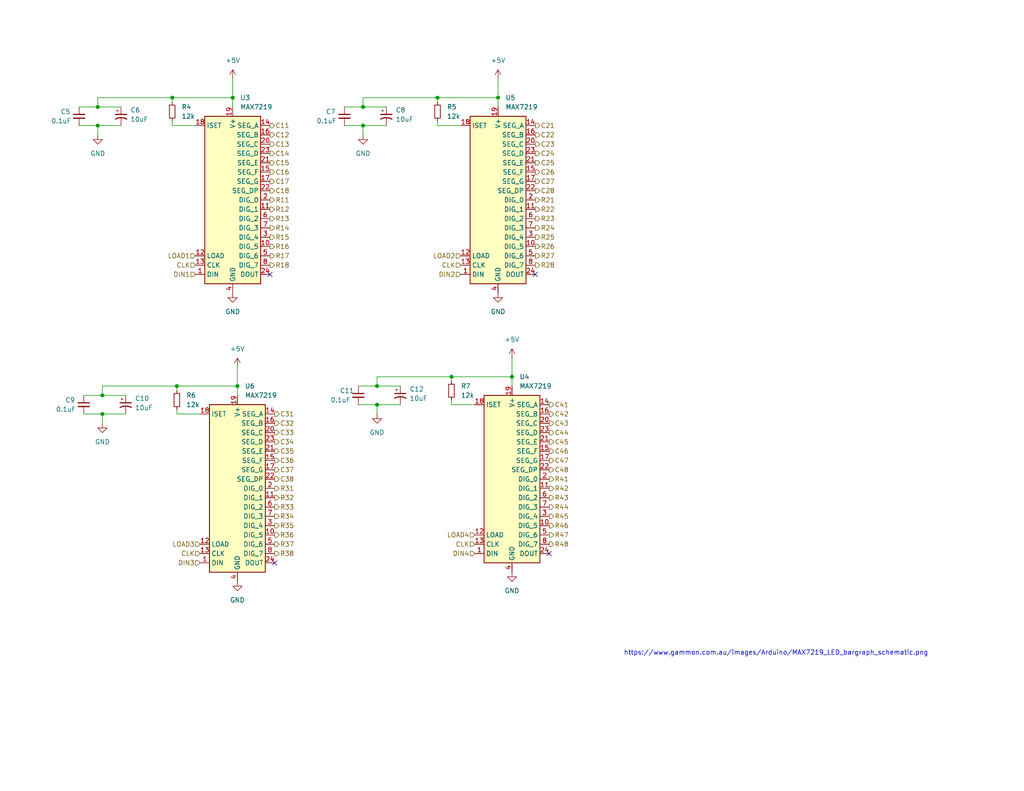
<source format=kicad_sch>
(kicad_sch (version 20211123) (generator eeschema)
  (paper "USLetter")
  (title_block (title "RGB LED Lights") (date "2024-01-11") (rev "B01") (comment 1 "Riya Gupta"))
  (lib_symbols
    (symbol "Device:C_Polarized_Small_US" (pin_numbers hide) (pin_names (offset 0.254) hide)
      (property "Reference" "C" (at 0.254 1.778 0))
      (property "Value" "C_Polarized_Small_US" (at 0.254 -2.032 0))
      (symbol "C_Polarized_Small_US_0_1"
        (polyline (pts (xy -1.524 0.508) (xy 1.524 0.508)) (stroke (width 0.3048)))
        (polyline (pts (xy -1.27 1.524) (xy -0.762 1.524)))
        (polyline (pts (xy -1.016 1.27) (xy -1.016 1.778)))
        (arc (start 1.524 -0.762) (mid 0 -0.3734) (end -1.524 -0.762) (stroke (width 0.3048)))
      )
      (symbol "C_Polarized_Small_US_1_1"
        (pin passive line (at 0 2.54 270) (length 2.032) (name "~") (number "1"))
        (pin passive line (at 0 -2.54 90) (length 2.032) (name "~") (number "2"))
      )
    )
    (symbol "Device:C_Small" (pin_numbers hide) (pin_names (offset 0.254) hide)
      (property "Reference" "C" (at 0.254 1.778 0))
      (property "Value" "C_Small" (at 0.254 -2.032 0))
      (symbol "C_Small_0_1"
        (polyline (pts (xy -1.524 -0.508) (xy 1.524 -0.508)) (stroke (width 0.3302)))
        (polyline (pts (xy -1.524 0.508) (xy 1.524 0.508)) (stroke (width 0.3048)))
      )
      (symbol "C_Small_1_1"
        (pin passive line (at 0 2.54 270) (length 2.032) (name "~") (number "1"))
        (pin passive line (at 0 -2.54 90) (length 2.032) (name "~") (number "2"))
      )
    )
    (symbol "Device:R_Small" (pin_numbers hide) (pin_names (offset 0.254) hide)
      (property "Reference" "R" (at 0.762 0.508 0))
      (property "Value" "R_Small" (at 0.762 -1.016 0))
      (symbol "R_Small_0_1"
        (rectangle (start -0.762 1.778) (end 0.762 -1.778) (stroke (width 0.2032)))
      )
      (symbol "R_Small_1_1"
        (pin passive line (at 0 2.54 270) (length 0.762) (name "~") (number "1"))
        (pin passive line (at 0 -2.54 90) (length 0.762) (name "~") (number "2"))
      )
    )
    (symbol "Driver_LED:MAX7219"
      (property "Reference" "U" (at -6.35 24.13 0))
      (property "Value" "MAX7219" (at 1.27 25.4 0))
      (symbol "MAX7219_0_1"
        (rectangle (start -7.62 22.86) (end 7.62 -22.86) (stroke (width 0.254)) (fill (type background)))
      )
      (symbol "MAX7219_1_1"
        (pin input line (at -10.16 -20.32 0) (length 2.54) (name "DIN") (number "1"))
        (pin output line (at 10.16 -12.7 180) (length 2.54) (name "DIG_5") (number "10"))
        (pin output line (at 10.16 -2.54 180) (length 2.54) (name "DIG_1") (number "11"))
        (pin input line (at -10.16 -15.24 0) (length 2.54) (name "LOAD") (number "12"))
        (pin input line (at -10.16 -17.78 0) (length 2.54) (name "CLK") (number "13"))
        (pin output line (at 10.16 20.32 180) (length 2.54) (name "SEG_A") (number "14"))
        (pin output line (at 10.16 7.62 180) (length 2.54) (name "SEG_F") (number "15"))
        (pin output line (at 10.16 17.78 180) (length 2.54) (name "SEG_B") (number "16"))
        (pin output line (at 10.16 5.08 180) (length 2.54) (name "SEG_G") (number "17"))
        (pin input line (at -10.16 20.32 0) (length 2.54) (name "ISET") (number "18"))
        (pin power_in line (at 0 25.4 270) (length 2.54) (name "V+") (number "19"))
        (pin output line (at 10.16 0 180) (length 2.54) (name "DIG_0") (number "2"))
        (pin output line (at 10.16 15.24 180) (length 2.54) (name "SEG_C") (number "20"))
        (pin output line (at 10.16 10.16 180) (length 2.54) (name "SEG_E") (number "21"))
        (pin output line (at 10.16 2.54 180) (length 2.54) (name "SEG_DP") (number "22"))
        (pin output line (at 10.16 12.7 180) (length 2.54) (name "SEG_D") (number "23"))
        (pin output line (at 10.16 -20.32 180) (length 2.54) (name "DOUT") (number "24"))
        (pin output line (at 10.16 -10.16 180) (length 2.54) (name "DIG_4") (number "3"))
        (pin power_in line (at 0 -25.4 90) (length 2.54) (name "GND") (number "4"))
        (pin output line (at 10.16 -15.24 180) (length 2.54) (name "DIG_6") (number "5"))
        (pin output line (at 10.16 -5.08 180) (length 2.54) (name "DIG_2") (number "6"))
        (pin output line (at 10.16 -7.62 180) (length 2.54) (name "DIG_3") (number "7"))
        (pin output line (at 10.16 -17.78 180) (length 2.54) (name "DIG_7") (number "8"))
        (pin passive line (at 0 -25.4 90) (length 2.54) hide (name "GND") (number "9"))
      )
    )
    (symbol "power:+5V" (power) (pin_names (offset 0))
      (property "Value" "+5V" (at 0 3.556 0))
      (symbol "+5V_0_1"
        (polyline (pts (xy -0.762 1.27) (xy 0 2.54)))
        (polyline (pts (xy 0 0) (xy 0 2.54)))
        (polyline (pts (xy 0 2.54) (xy 0.762 1.27)))
      )
      (symbol "+5V_1_1"
        (pin power_in line (at 0 0 90) (length 0) hide (name "+5V") (number "1"))
      )
    )
    (symbol "power:GND" (power) (pin_names (offset 0))
      (property "Value" "GND" (at 0 -3.81 0))
      (symbol "GND_0_1"
        (polyline (pts (xy 0 0) (xy 0 -1.27) (xy 1.27 -1.27) (xy 0 -2.54) (xy -1.27 -1.27) (xy 0 -1.27)))
      )
      (symbol "GND_1_1"
        (pin power_in line (at 0 0 270) (length 0) hide (name "GND") (number "1"))
      )
    )
  )
  (junction (at 135.89 26.67))
  (junction (at 27.94 113.03))
  (junction (at 48.26 105.41))
  (junction (at 102.87 110.49))
  (junction (at 102.87 105.41))
  (junction (at 119.38 26.67))
  (junction (at 63.5 26.67))
  (junction (at 64.77 105.41))
  (junction (at 99.06 34.29))
  (junction (at 26.67 34.29))
  (junction (at 26.67 29.21))
  (junction (at 99.06 29.21))
  (junction (at 139.7 102.87))
  (junction (at 46.99 26.67))
  (junction (at 27.94 107.95))
  (junction (at 123.19 102.87))
  (no_connect (at 146.05 74.93))
  (no_connect (at 149.86 151.13))
  (no_connect (at 73.66 74.93))
  (no_connect (at 74.93 153.67))
  (wire (pts (xy 21.59 34.29) (xy 26.67 34.29)))
  (wire (pts (xy 64.77 100.33) (xy 64.77 105.41)))
  (wire (pts (xy 93.98 34.29) (xy 99.06 34.29)))
  (wire (pts (xy 102.87 105.41) (xy 109.22 105.41)))
  (wire (pts (xy 123.19 109.22) (xy 123.19 110.49)))
  (wire (pts (xy 93.98 29.21) (xy 99.06 29.21)))
  (wire (pts (xy 26.67 26.67) (xy 26.67 29.21)))
  (wire (pts (xy 102.87 102.87) (xy 102.87 105.41)))
  (wire (pts (xy 21.59 29.21) (xy 26.67 29.21)))
  (wire (pts (xy 99.06 26.67) (xy 119.38 26.67)))
  (wire (pts (xy 48.26 111.76) (xy 48.26 113.03)))
  (wire (pts (xy 139.7 97.79) (xy 139.7 102.87)))
  (wire (pts (xy 46.99 33.02) (xy 46.99 34.29)))
  (wire (pts (xy 119.38 34.29) (xy 125.73 34.29)))
  (wire (pts (xy 48.26 113.03) (xy 54.61 113.03)))
  (wire (pts (xy 63.5 21.59) (xy 63.5 26.67)))
  (wire (pts (xy 46.99 26.67) (xy 63.5 26.67)))
  (wire (pts (xy 22.86 107.95) (xy 27.94 107.95)))
  (wire (pts (xy 99.06 29.21) (xy 105.41 29.21)))
  (wire (pts (xy 27.94 105.41) (xy 48.26 105.41)))
  (wire (pts (xy 48.26 106.68) (xy 48.26 105.41)))
  (wire (pts (xy 26.67 34.29) (xy 26.67 36.83)))
  (wire (pts (xy 119.38 27.94) (xy 119.38 26.67)))
  (wire (pts (xy 97.79 110.49) (xy 102.87 110.49)))
  (wire (pts (xy 139.7 102.87) (xy 139.7 105.41)))
  (wire (pts (xy 46.99 27.94) (xy 46.99 26.67)))
  (wire (pts (xy 135.89 26.67) (xy 135.89 29.21)))
  (wire (pts (xy 123.19 110.49) (xy 129.54 110.49)))
  (wire (pts (xy 102.87 110.49) (xy 102.87 113.03)))
  (wire (pts (xy 27.94 113.03) (xy 34.29 113.03)))
  (wire (pts (xy 46.99 34.29) (xy 53.34 34.29)))
  (wire (pts (xy 135.89 21.59) (xy 135.89 26.67)))
  (wire (pts (xy 63.5 26.67) (xy 63.5 29.21)))
  (wire (pts (xy 102.87 102.87) (xy 123.19 102.87)))
  (wire (pts (xy 97.79 105.41) (xy 102.87 105.41)))
  (wire (pts (xy 99.06 34.29) (xy 99.06 36.83)))
  (wire (pts (xy 119.38 33.02) (xy 119.38 34.29)))
  (wire (pts (xy 102.87 110.49) (xy 109.22 110.49)))
  (wire (pts (xy 48.26 105.41) (xy 64.77 105.41)))
  (wire (pts (xy 119.38 26.67) (xy 135.89 26.67)))
  (wire (pts (xy 27.94 113.03) (xy 27.94 115.57)))
  (wire (pts (xy 123.19 104.14) (xy 123.19 102.87)))
  (wire (pts (xy 123.19 102.87) (xy 139.7 102.87)))
  (wire (pts (xy 27.94 107.95) (xy 34.29 107.95)))
  (wire (pts (xy 26.67 34.29) (xy 33.02 34.29)))
  (wire (pts (xy 26.67 29.21) (xy 33.02 29.21)))
  (wire (pts (xy 27.94 105.41) (xy 27.94 107.95)))
  (wire (pts (xy 99.06 34.29) (xy 105.41 34.29)))
  (wire (pts (xy 99.06 26.67) (xy 99.06 29.21)))
  (wire (pts (xy 26.67 26.67) (xy 46.99 26.67)))
  (wire (pts (xy 22.86 113.03) (xy 27.94 113.03)))
  (wire (pts (xy 64.77 105.41) (xy 64.77 107.95)))
  (text "https://www.gammon.com.au/images/Arduino/MAX7219_LED_bargraph_schematic.png" (at 170.18 179.07 0) (effects (font (size 1.27 1.27)) (justify left bottom)))
  (hierarchical_label "R26" (shape output) (at 146.05 67.31 0))
  (hierarchical_label "C26" (shape output) (at 146.05 46.99 0))
  (hierarchical_label "C35" (shape output) (at 74.93 123.19 0))
  (hierarchical_label "C13" (shape output) (at 73.66 39.37 0))
  (hierarchical_label "C12" (shape output) (at 73.66 36.83 0))
  (hierarchical_label "DIN2" (shape input) (at 125.73 74.93 180))
  (hierarchical_label "R38" (shape output) (at 74.93 151.13 0))
  (hierarchical_label "C38" (shape output) (at 74.93 130.81 0))
  (hierarchical_label "C21" (shape output) (at 146.05 34.29 0))
  (hierarchical_label "R41" (shape output) (at 149.86 130.81 0))
  (hierarchical_label "R15" (shape output) (at 73.66 64.77 0))
  (hierarchical_label "R48" (shape output) (at 149.86 148.59 0))
  (hierarchical_label "LOAD2" (shape input) (at 125.73 69.85 180))
  (hierarchical_label "R28" (shape output) (at 146.05 72.39 0))
  (hierarchical_label "R23" (shape output) (at 146.05 59.69 0))
  (hierarchical_label "C37" (shape output) (at 74.93 128.27 0))
  (hierarchical_label "R11" (shape output) (at 73.66 54.61 0))
  (hierarchical_label "DIN1" (shape input) (at 53.34 74.93 180))
  (hierarchical_label "C14" (shape output) (at 73.66 41.91 0))
  (hierarchical_label "DIN3" (shape input) (at 54.61 153.67 180))
  (hierarchical_label "DIN4" (shape input) (at 129.54 151.13 180))
  (hierarchical_label "R43" (shape output) (at 149.86 135.89 0))
  (hierarchical_label "C17" (shape output) (at 73.66 49.53 0))
  (hierarchical_label "R45" (shape output) (at 149.86 140.97 0))
  (hierarchical_label "R35" (shape output) (at 74.93 143.51 0))
  (hierarchical_label "C18" (shape output) (at 73.66 52.07 0))
  (hierarchical_label "R32" (shape output) (at 74.93 135.89 0))
  (hierarchical_label "C15" (shape output) (at 73.66 44.45 0))
  (hierarchical_label "R14" (shape output) (at 73.66 62.23 0))
  (hierarchical_label "C44" (shape output) (at 149.86 118.11 0))
  (hierarchical_label "C48" (shape output) (at 149.86 128.27 0))
  (hierarchical_label "C46" (shape output) (at 149.86 123.19 0))
  (hierarchical_label "R47" (shape output) (at 149.86 146.05 0))
  (hierarchical_label "LOAD1" (shape input) (at 53.34 69.85 180))
  (hierarchical_label "CLK" (shape input) (at 129.54 148.59 180))
  (hierarchical_label "C47" (shape output) (at 149.86 125.73 0))
  (hierarchical_label "R31" (shape output) (at 74.93 133.35 0))
  (hierarchical_label "R18" (shape output) (at 73.66 72.39 0))
  (hierarchical_label "R25" (shape output) (at 146.05 64.77 0))
  (hierarchical_label "C33" (shape output) (at 74.93 118.11 0))
  (hierarchical_label "C45" (shape output) (at 149.86 120.65 0))
  (hierarchical_label "C28" (shape output) (at 146.05 52.07 0))
  (hierarchical_label "LOAD3" (shape input) (at 54.61 148.59 180))
  (hierarchical_label "LOAD4" (shape input) (at 129.54 146.05 180))
  (hierarchical_label "C31" (shape output) (at 74.93 113.03 0))
  (hierarchical_label "R33" (shape output) (at 74.93 138.43 0))
  (hierarchical_label "R37" (shape output) (at 74.93 148.59 0))
  (hierarchical_label "R24" (shape output) (at 146.05 62.23 0))
  (hierarchical_label "C22" (shape output) (at 146.05 36.83 0))
  (hierarchical_label "R16" (shape output) (at 73.66 67.31 0))
  (hierarchical_label "C41" (shape output) (at 149.86 110.49 0))
  (hierarchical_label "R36" (shape output) (at 74.93 146.05 0))
  (hierarchical_label "R12" (shape output) (at 73.66 57.15 0))
  (hierarchical_label "CLK" (shape input) (at 125.73 72.39 180))
  (hierarchical_label "C25" (shape output) (at 146.05 44.45 0))
  (hierarchical_label "R22" (shape output) (at 146.05 57.15 0))
  (hierarchical_label "C36" (shape output) (at 74.93 125.73 0))
  (hierarchical_label "C42" (shape output) (at 149.86 113.03 0))
  (hierarchical_label "C11" (shape output) (at 73.66 34.29 0))
  (hierarchical_label "C43" (shape output) (at 149.86 115.57 0))
  (hierarchical_label "C34" (shape output) (at 74.93 120.65 0))
  (hierarchical_label "R34" (shape output) (at 74.93 140.97 0))
  (hierarchical_label "R44" (shape output) (at 149.86 138.43 0))
  (hierarchical_label "C23" (shape output) (at 146.05 39.37 0))
  (hierarchical_label "R13" (shape output) (at 73.66 59.69 0))
  (hierarchical_label "R17" (shape output) (at 73.66 69.85 0))
  (hierarchical_label "R46" (shape output) (at 149.86 143.51 0))
  (hierarchical_label "R21" (shape output) (at 146.05 54.61 0))
  (hierarchical_label "CLK" (shape input) (at 54.61 151.13 180))
  (hierarchical_label "R42" (shape output) (at 149.86 133.35 0))
  (hierarchical_label "C32" (shape output) (at 74.93 115.57 0))
  (hierarchical_label "C16" (shape output) (at 73.66 46.99 0))
  (hierarchical_label "C24" (shape output) (at 146.05 41.91 0))
  (hierarchical_label "CLK" (shape input) (at 53.34 72.39 180))
  (hierarchical_label "C27" (shape output) (at 146.05 49.53 0))
  (hierarchical_label "R27" (shape output) (at 146.05 69.85 0))
  (symbol (lib_id "power:GND") (at 26.67 36.83 0) (unit 1)
    (property "Reference" "#PWR0109" (effects hide))
    (property "Value" "GND" (at 26.67 41.91 0))
  )
  (symbol (lib_id "Device:C_Small") (at 93.98 31.75 0) (unit 1)
    (property "Reference" "C7" (at 88.9 30.48 0) (effects (justify left)))
    (property "Value" "0.1uF" (at 86.36 33.02 0) (effects (justify left)))
    (property "Footprint" "Capacitor_SMD:C_0603_1608Metric" (effects hide))
  )
  (symbol (lib_id "power:+5V") (at 139.7 97.79 0) (unit 1)
    (property "Reference" "#PWR0114" (effects hide))
    (property "Value" "+5V" (at 139.7 92.71 0))
  )
  (symbol (lib_id "Device:R_Small") (at 48.26 109.22 0) (unit 1)
    (property "Reference" "R6" (at 50.8 107.9499 0) (effects (justify left)))
    (property "Value" "12k" (at 50.8 110.4899 0) (effects (justify left)))
    (property "Footprint" "Resistor_SMD:R_0603_1608Metric" (effects hide))
  )
  (symbol (lib_id "Driver_LED:MAX7219") (at 139.7 130.81 0) (unit 1)
    (property "Reference" "U4" (at 141.7194 102.87 0) (effects (justify left)))
    (property "Value" "MAX7219" (at 141.7194 105.41 0) (effects (justify left)))
    (property "Footprint" "MAX7219:SOIC24" (effects hide))
    (property "Datasheet" "https://datasheets.maximintegrated.com/en/ds/MAX7219-MAX7221.pdf" (effects hide))
  )
  (symbol (lib_id "power:GND") (at 27.94 115.57 0) (unit 1)
    (property "Reference" "#PWR0116" (effects hide))
    (property "Value" "GND" (at 27.94 120.65 0))
  )
  (symbol (lib_id "Device:R_Small") (at 119.38 30.48 0) (unit 1)
    (property "Reference" "R5" (at 121.92 29.2099 0) (effects (justify left)))
    (property "Value" "12k" (at 121.92 31.7499 0) (effects (justify left)))
    (property "Footprint" "Resistor_SMD:R_0603_1608Metric" (effects hide))
  )
  (symbol (lib_id "power:GND") (at 63.5 80.01 0) (unit 1)
    (property "Reference" "#PWR0111" (effects hide))
    (property "Value" "GND" (at 63.5 85.09 0))
  )
  (symbol (lib_id "Device:C_Polarized_Small_US") (at 109.22 107.95 0) (unit 1)
    (property "Reference" "C12" (at 111.76 106.2481 0) (effects (justify left)))
    (property "Value" "10uF" (at 111.76 108.7881 0) (effects (justify left)))
    (property "Footprint" "Capacitor_SMD:C_0603_1608Metric" (effects hide))
  )
  (symbol (lib_id "Driver_LED:MAX7219") (at 63.5 54.61 0) (unit 1)
    (property "Reference" "U3" (at 65.5194 26.67 0) (effects (justify left)))
    (property "Value" "MAX7219" (at 65.5194 29.21 0) (effects (justify left)))
    (property "Footprint" "MAX7219:SOIC24" (effects hide))
    (property "Datasheet" "https://datasheets.maximintegrated.com/en/ds/MAX7219-MAX7221.pdf" (effects hide))
  )
  (symbol (lib_id "Device:C_Polarized_Small_US") (at 34.29 110.49 0) (unit 1)
    (property "Reference" "C10" (at 36.83 108.7881 0) (effects (justify left)))
    (property "Value" "10uF" (at 36.83 111.3281 0) (effects (justify left)))
    (property "Footprint" "Capacitor_SMD:C_0603_1608Metric" (effects hide))
  )
  (symbol (lib_id "Device:R_Small") (at 46.99 30.48 0) (unit 1)
    (property "Reference" "R4" (at 49.53 29.2099 0) (effects (justify left)))
    (property "Value" "12k" (at 49.53 31.7499 0) (effects (justify left)))
    (property "Footprint" "Resistor_SMD:R_0603_1608Metric" (effects hide))
  )
  (symbol (lib_id "Device:C_Polarized_Small_US") (at 105.41 31.75 0) (unit 1)
    (property "Reference" "C8" (at 107.95 30.0481 0) (effects (justify left)))
    (property "Value" "10uF" (at 107.95 32.5881 0) (effects (justify left)))
    (property "Footprint" "Capacitor_SMD:C_0603_1608Metric" (effects hide))
  )
  (symbol (lib_id "Device:C_Small") (at 22.86 110.49 0) (unit 1)
    (property "Reference" "C9" (at 17.78 109.22 0) (effects (justify left)))
    (property "Value" "0.1uF" (at 15.24 111.76 0) (effects (justify left)))
    (property "Footprint" "Capacitor_SMD:C_0603_1608Metric" (effects hide))
  )
  (symbol (lib_id "Driver_LED:MAX7219") (at 64.77 133.35 0) (unit 1)
    (property "Reference" "U6" (at 66.7894 105.41 0) (effects (justify left)))
    (property "Value" "MAX7219" (at 66.7894 107.95 0) (effects (justify left)))
    (property "Footprint" "MAX7219:SOIC24" (effects hide))
    (property "Datasheet" "https://datasheets.maximintegrated.com/en/ds/MAX7219-MAX7221.pdf" (effects hide))
  )
  (symbol (lib_id "Driver_LED:MAX7219") (at 135.89 54.61 0) (unit 1)
    (property "Reference" "U5" (at 137.9094 26.67 0) (effects (justify left)))
    (property "Value" "MAX7219" (at 137.9094 29.21 0) (effects (justify left)))
    (property "Footprint" "MAX7219:SOIC24" (effects hide))
    (property "Datasheet" "https://datasheets.maximintegrated.com/en/ds/MAX7219-MAX7221.pdf" (effects hide))
  )
  (symbol (lib_id "Device:C_Small") (at 97.79 107.95 0) (unit 1)
    (property "Reference" "C11" (at 92.71 106.68 0) (effects (justify left)))
    (property "Value" "0.1uF" (at 90.17 109.22 0) (effects (justify left)))
    (property "Footprint" "Capacitor_SMD:C_0603_1608Metric" (effects hide))
  )
  (symbol (lib_id "power:GND") (at 64.77 158.75 0) (unit 1)
    (property "Reference" "#PWR0117" (effects hide))
    (property "Value" "GND" (at 64.77 163.83 0))
  )
  (symbol (lib_id "power:+5V") (at 63.5 21.59 0) (unit 1)
    (property "Reference" "#PWR0110" (effects hide))
    (property "Value" "+5V" (at 63.5 16.51 0))
  )
  (symbol (lib_id "power:+5V") (at 135.89 21.59 0) (unit 1)
    (property "Reference" "#PWR0106" (effects hide))
    (property "Value" "+5V" (at 135.89 16.51 0))
  )
  (symbol (lib_id "Device:C_Small") (at 21.59 31.75 0) (unit 1)
    (property "Reference" "C5" (at 16.51 30.48 0) (effects (justify left)))
    (property "Value" "0.1uF" (at 13.97 33.02 0) (effects (justify left)))
    (property "Footprint" "Capacitor_SMD:C_0603_1608Metric" (effects hide))
  )
  (symbol (lib_id "Device:C_Polarized_Small_US") (at 33.02 31.75 0) (unit 1)
    (property "Reference" "C6" (at 35.56 30.0481 0) (effects (justify left)))
    (property "Value" "10uF" (at 35.56 32.5881 0) (effects (justify left)))
    (property "Footprint" "Capacitor_SMD:C_0603_1608Metric" (effects hide))
  )
  (symbol (lib_id "power:GND") (at 139.7 156.21 0) (unit 1)
    (property "Reference" "#PWR0113" (effects hide))
    (property "Value" "GND" (at 139.7 161.29 0))
  )
  (symbol (lib_id "power:GND") (at 135.89 80.01 0) (unit 1)
    (property "Reference" "#PWR0108" (effects hide))
    (property "Value" "GND" (at 135.89 85.09 0))
  )
  (symbol (lib_id "power:GND") (at 99.06 36.83 0) (unit 1)
    (property "Reference" "#PWR0107" (effects hide))
    (property "Value" "GND" (at 99.06 41.91 0))
  )
  (symbol (lib_id "Device:R_Small") (at 123.19 106.68 0) (unit 1)
    (property "Reference" "R7" (at 125.73 105.4099 0) (effects (justify left)))
    (property "Value" "12k" (at 125.73 107.9499 0) (effects (justify left)))
    (property "Footprint" "Resistor_SMD:R_0603_1608Metric" (effects hide))
  )
  (symbol (lib_id "power:+5V") (at 64.77 100.33 0) (unit 1)
    (property "Reference" "#PWR0115" (effects hide))
    (property "Value" "+5V" (at 64.77 95.25 0))
  )
  (symbol (lib_id "power:GND") (at 102.87 113.03 0) (unit 1)
    (property "Reference" "#PWR0112" (effects hide))
    (property "Value" "GND" (at 102.87 118.11 0))
  )
)
</source>
